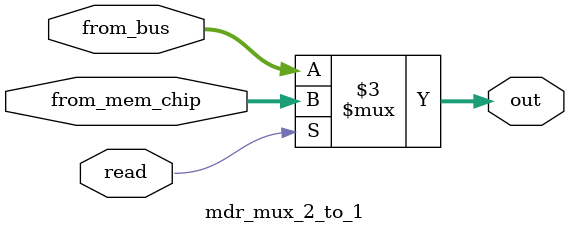
<source format=v>

module mdr_mux_2_to_1 (
    output reg [31:0] out,              // output of the MDR Mux
    input wire read,                    // 0 for from bus, 1 for from mem chip
    input wire [31:0] from_bus,         // input from bus
    input wire [31:0] from_mem_chip		// input from mem chip
);
	always @(*) begin
		if (read)
			out <= from_mem_chip;
		else
			out <= from_bus;
	end

endmodule
</source>
